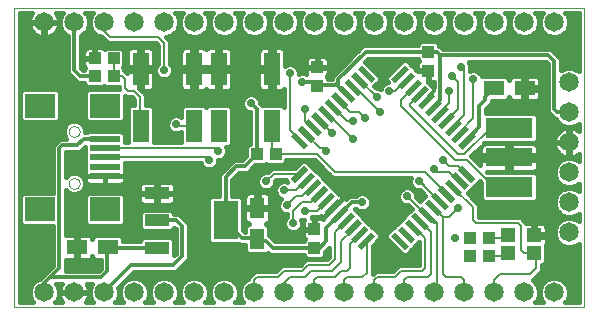
<source format=gtl>
G75*
G70*
%OFA0B0*%
%FSLAX24Y24*%
%IPPOS*%
%LPD*%
%AMOC8*
5,1,8,0,0,1.08239X$1,22.5*
%
%ADD10C,0.0000*%
%ADD11C,0.0650*%
%ADD12R,0.0984X0.0197*%
%ADD13R,0.0984X0.0787*%
%ADD14R,0.0551X0.1102*%
%ADD15R,0.1575X0.0591*%
%ADD16R,0.1575X0.0669*%
%ADD17R,0.0846X0.0394*%
%ADD18R,0.0846X0.1280*%
%ADD19R,0.0630X0.0197*%
%ADD20R,0.0394X0.0394*%
%ADD21R,0.0472X0.0472*%
%ADD22R,0.0689X0.0492*%
%ADD23R,0.0492X0.0689*%
%ADD24C,0.0160*%
%ADD25C,0.0120*%
%ADD26C,0.0280*%
%ADD27C,0.0080*%
D10*
X000453Y000180D02*
X000453Y010176D01*
X019448Y010176D01*
X019448Y000180D01*
X000453Y000180D01*
X002276Y004314D02*
X002278Y004340D01*
X002284Y004366D01*
X002294Y004391D01*
X002307Y004414D01*
X002323Y004434D01*
X002343Y004452D01*
X002365Y004467D01*
X002388Y004479D01*
X002414Y004487D01*
X002440Y004491D01*
X002466Y004491D01*
X002492Y004487D01*
X002518Y004479D01*
X002542Y004467D01*
X002563Y004452D01*
X002583Y004434D01*
X002599Y004414D01*
X002612Y004391D01*
X002622Y004366D01*
X002628Y004340D01*
X002630Y004314D01*
X002628Y004288D01*
X002622Y004262D01*
X002612Y004237D01*
X002599Y004214D01*
X002583Y004194D01*
X002563Y004176D01*
X002541Y004161D01*
X002518Y004149D01*
X002492Y004141D01*
X002466Y004137D01*
X002440Y004137D01*
X002414Y004141D01*
X002388Y004149D01*
X002364Y004161D01*
X002343Y004176D01*
X002323Y004194D01*
X002307Y004214D01*
X002294Y004237D01*
X002284Y004262D01*
X002278Y004288D01*
X002276Y004314D01*
X002276Y006046D02*
X002278Y006072D01*
X002284Y006098D01*
X002294Y006123D01*
X002307Y006146D01*
X002323Y006166D01*
X002343Y006184D01*
X002365Y006199D01*
X002388Y006211D01*
X002414Y006219D01*
X002440Y006223D01*
X002466Y006223D01*
X002492Y006219D01*
X002518Y006211D01*
X002542Y006199D01*
X002563Y006184D01*
X002583Y006166D01*
X002599Y006146D01*
X002612Y006123D01*
X002622Y006098D01*
X002628Y006072D01*
X002630Y006046D01*
X002628Y006020D01*
X002622Y005994D01*
X002612Y005969D01*
X002599Y005946D01*
X002583Y005926D01*
X002563Y005908D01*
X002541Y005893D01*
X002518Y005881D01*
X002492Y005873D01*
X002466Y005869D01*
X002440Y005869D01*
X002414Y005873D01*
X002388Y005881D01*
X002364Y005893D01*
X002343Y005908D01*
X002323Y005926D01*
X002307Y005946D01*
X002294Y005969D01*
X002284Y005994D01*
X002278Y006020D01*
X002276Y006046D01*
D11*
X002453Y009680D03*
X003453Y009680D03*
X004453Y009680D03*
X005453Y009680D03*
X006453Y009680D03*
X007453Y009680D03*
X008453Y009680D03*
X009453Y009680D03*
X010453Y009680D03*
X011453Y009680D03*
X012453Y009680D03*
X013453Y009680D03*
X014453Y009680D03*
X015453Y009680D03*
X016453Y009680D03*
X017453Y009680D03*
X018453Y009680D03*
X018953Y007680D03*
X018953Y006680D03*
X018953Y005680D03*
X018953Y004680D03*
X018953Y003680D03*
X018953Y002680D03*
X018453Y000680D03*
X017453Y000680D03*
X016453Y000680D03*
X015453Y000680D03*
X014453Y000680D03*
X013453Y000680D03*
X012453Y000680D03*
X011453Y000680D03*
X010453Y000680D03*
X009453Y000680D03*
X008453Y000680D03*
X007453Y000680D03*
X006453Y000680D03*
X005453Y000680D03*
X004453Y000680D03*
X003453Y000680D03*
X002453Y000680D03*
X001453Y000680D03*
X001453Y009680D03*
D12*
X003476Y005810D03*
X003476Y005495D03*
X003476Y005180D03*
X003476Y004865D03*
X003476Y004550D03*
D13*
X003476Y003448D03*
X001311Y003448D03*
X001311Y006912D03*
X003476Y006912D03*
D14*
X004667Y006235D03*
X006439Y006235D03*
X007267Y006235D03*
X009039Y006235D03*
X009039Y008125D03*
X007267Y008125D03*
X006439Y008125D03*
X004667Y008125D03*
D15*
X016953Y005180D03*
D16*
X016953Y006164D03*
X016953Y004196D03*
D17*
X005211Y003986D03*
X005211Y003080D03*
X005211Y002174D03*
D18*
X007495Y003080D03*
D19*
G36*
X010484Y004554D02*
X010039Y004109D01*
X009900Y004248D01*
X010345Y004693D01*
X010484Y004554D01*
G37*
G36*
X010706Y004331D02*
X010261Y003886D01*
X010122Y004025D01*
X010567Y004470D01*
X010706Y004331D01*
G37*
G36*
X010929Y004108D02*
X010484Y003663D01*
X010345Y003802D01*
X010790Y004247D01*
X010929Y004108D01*
G37*
G36*
X011152Y003885D02*
X010707Y003440D01*
X010568Y003579D01*
X011013Y004024D01*
X011152Y003885D01*
G37*
G36*
X011375Y003663D02*
X010930Y003218D01*
X010791Y003357D01*
X011236Y003802D01*
X011375Y003663D01*
G37*
G36*
X011597Y003440D02*
X011152Y002995D01*
X011013Y003134D01*
X011458Y003579D01*
X011597Y003440D01*
G37*
G36*
X011820Y003217D02*
X011375Y002772D01*
X011236Y002911D01*
X011681Y003356D01*
X011820Y003217D01*
G37*
G36*
X012043Y002995D02*
X011598Y002550D01*
X011459Y002689D01*
X011904Y003134D01*
X012043Y002995D01*
G37*
G36*
X012265Y002772D02*
X011820Y002327D01*
X011681Y002466D01*
X012126Y002911D01*
X012265Y002772D01*
G37*
G36*
X012488Y002549D02*
X012043Y002104D01*
X011904Y002243D01*
X012349Y002688D01*
X012488Y002549D01*
G37*
G36*
X013463Y002104D02*
X013018Y002549D01*
X013157Y002688D01*
X013602Y002243D01*
X013463Y002104D01*
G37*
G36*
X013685Y002327D02*
X013240Y002772D01*
X013379Y002911D01*
X013824Y002466D01*
X013685Y002327D01*
G37*
G36*
X013908Y002550D02*
X013463Y002995D01*
X013602Y003134D01*
X014047Y002689D01*
X013908Y002550D01*
G37*
G36*
X014131Y002772D02*
X013686Y003217D01*
X013825Y003356D01*
X014270Y002911D01*
X014131Y002772D01*
G37*
G36*
X014353Y002995D02*
X013908Y003440D01*
X014047Y003579D01*
X014492Y003134D01*
X014353Y002995D01*
G37*
G36*
X014270Y003802D02*
X014715Y003357D01*
X014576Y003218D01*
X014131Y003663D01*
X014270Y003802D01*
G37*
G36*
X014493Y004024D02*
X014938Y003579D01*
X014799Y003440D01*
X014354Y003885D01*
X014493Y004024D01*
G37*
G36*
X014716Y004247D02*
X015161Y003802D01*
X015022Y003663D01*
X014577Y004108D01*
X014716Y004247D01*
G37*
G36*
X014938Y004470D02*
X015383Y004025D01*
X015244Y003886D01*
X014799Y004331D01*
X014938Y004470D01*
G37*
G36*
X015161Y004693D02*
X015606Y004248D01*
X015467Y004109D01*
X015022Y004554D01*
X015161Y004693D01*
G37*
G36*
X015384Y004915D02*
X015829Y004470D01*
X015690Y004331D01*
X015245Y004776D01*
X015384Y004915D01*
G37*
G36*
X015245Y005584D02*
X015690Y006029D01*
X015829Y005890D01*
X015384Y005445D01*
X015245Y005584D01*
G37*
G36*
X015606Y006112D02*
X015161Y005667D01*
X015022Y005806D01*
X015467Y006251D01*
X015606Y006112D01*
G37*
G36*
X015383Y006335D02*
X014938Y005890D01*
X014799Y006029D01*
X015244Y006474D01*
X015383Y006335D01*
G37*
G36*
X015161Y006558D02*
X014716Y006113D01*
X014577Y006252D01*
X015022Y006697D01*
X015161Y006558D01*
G37*
G36*
X014938Y006781D02*
X014493Y006336D01*
X014354Y006475D01*
X014799Y006920D01*
X014938Y006781D01*
G37*
G36*
X014715Y007003D02*
X014270Y006558D01*
X014131Y006697D01*
X014576Y007142D01*
X014715Y007003D01*
G37*
G36*
X014492Y007226D02*
X014047Y006781D01*
X013908Y006920D01*
X014353Y007365D01*
X014492Y007226D01*
G37*
G36*
X014270Y007449D02*
X013825Y007004D01*
X013686Y007143D01*
X014131Y007588D01*
X014270Y007449D01*
G37*
G36*
X014047Y007671D02*
X013602Y007226D01*
X013463Y007365D01*
X013908Y007810D01*
X014047Y007671D01*
G37*
G36*
X013824Y007894D02*
X013379Y007449D01*
X013240Y007588D01*
X013685Y008033D01*
X013824Y007894D01*
G37*
G36*
X013602Y008117D02*
X013157Y007672D01*
X013018Y007811D01*
X013463Y008256D01*
X013602Y008117D01*
G37*
G36*
X012043Y008256D02*
X012488Y007811D01*
X012349Y007672D01*
X011904Y008117D01*
X012043Y008256D01*
G37*
G36*
X011820Y008033D02*
X012265Y007588D01*
X012126Y007449D01*
X011681Y007894D01*
X011820Y008033D01*
G37*
G36*
X011598Y007810D02*
X012043Y007365D01*
X011904Y007226D01*
X011459Y007671D01*
X011598Y007810D01*
G37*
G36*
X011375Y007588D02*
X011820Y007143D01*
X011681Y007004D01*
X011236Y007449D01*
X011375Y007588D01*
G37*
G36*
X011152Y007365D02*
X011597Y006920D01*
X011458Y006781D01*
X011013Y007226D01*
X011152Y007365D01*
G37*
G36*
X010930Y007142D02*
X011375Y006697D01*
X011236Y006558D01*
X010791Y007003D01*
X010930Y007142D01*
G37*
G36*
X010707Y006920D02*
X011152Y006475D01*
X011013Y006336D01*
X010568Y006781D01*
X010707Y006920D01*
G37*
G36*
X010484Y006697D02*
X010929Y006252D01*
X010790Y006113D01*
X010345Y006558D01*
X010484Y006697D01*
G37*
G36*
X010261Y006474D02*
X010706Y006029D01*
X010567Y005890D01*
X010122Y006335D01*
X010261Y006474D01*
G37*
G36*
X010039Y006251D02*
X010484Y005806D01*
X010345Y005667D01*
X009900Y006112D01*
X010039Y006251D01*
G37*
G36*
X009816Y006029D02*
X010261Y005584D01*
X010122Y005445D01*
X009677Y005890D01*
X009816Y006029D01*
G37*
G36*
X010261Y004776D02*
X009816Y004331D01*
X009677Y004470D01*
X010122Y004915D01*
X010261Y004776D01*
G37*
D20*
X009168Y005280D03*
X008538Y005280D03*
X010553Y007565D03*
X010553Y008195D03*
X014253Y008065D03*
X014253Y008695D03*
X003768Y008480D03*
X003138Y008480D03*
X003138Y007880D03*
X003768Y007880D03*
X010453Y002795D03*
X010453Y002165D03*
X015638Y001880D03*
X016268Y001880D03*
X016268Y002480D03*
X015638Y002480D03*
D21*
X016920Y002580D03*
X016920Y001980D03*
X017786Y001980D03*
X017786Y002580D03*
D22*
X017465Y007480D03*
X016441Y007480D03*
X003565Y002180D03*
X002541Y002180D03*
D23*
X008553Y002468D03*
X008553Y003492D03*
D24*
X008596Y003509D02*
X009258Y003509D01*
X009253Y003520D02*
X009299Y003410D01*
X009383Y003326D01*
X009493Y003280D01*
X009553Y003280D01*
X009553Y003204D01*
X009499Y003150D01*
X009453Y003040D01*
X009453Y002920D01*
X009499Y002810D01*
X009583Y002726D01*
X009693Y002680D01*
X009813Y002680D01*
X009923Y002726D01*
X010007Y002810D01*
X010053Y002920D01*
X010053Y003040D01*
X010024Y003109D01*
X010093Y003080D01*
X010099Y003080D01*
X010088Y003061D01*
X010076Y003016D01*
X010076Y002813D01*
X010434Y002813D01*
X010434Y002777D01*
X010076Y002777D01*
X010076Y002574D01*
X010088Y002529D01*
X010112Y002488D01*
X010134Y002466D01*
X010096Y002428D01*
X010096Y002385D01*
X009159Y002385D01*
X009073Y002471D01*
X008959Y002585D01*
X008959Y002879D01*
X008865Y002973D01*
X008843Y002973D01*
X008868Y002980D01*
X008909Y003003D01*
X008943Y003037D01*
X008967Y003078D01*
X008979Y003124D01*
X008979Y003449D01*
X008596Y003449D01*
X008596Y003535D01*
X008510Y003535D01*
X008510Y004016D01*
X008283Y004016D01*
X008237Y004004D01*
X008196Y003980D01*
X008163Y003947D01*
X008139Y003906D01*
X008127Y003860D01*
X008127Y003535D01*
X008510Y003535D01*
X008510Y003449D01*
X008127Y003449D01*
X008127Y003124D01*
X008139Y003078D01*
X008163Y003037D01*
X008196Y003003D01*
X008237Y002980D01*
X008263Y002973D01*
X008240Y002973D01*
X008147Y002879D01*
X008147Y002700D01*
X008144Y002700D01*
X008078Y002766D01*
X008078Y003786D01*
X007984Y003880D01*
X007715Y003880D01*
X007715Y004431D01*
X007944Y004660D01*
X008229Y004660D01*
X008492Y004923D01*
X008801Y004923D01*
X008853Y004975D01*
X008905Y004923D01*
X009431Y004923D01*
X009525Y005017D01*
X009525Y005080D01*
X010470Y005080D01*
X010953Y004597D01*
X011070Y004480D01*
X013670Y004480D01*
X013653Y004440D01*
X013653Y004320D01*
X013699Y004210D01*
X013783Y004126D01*
X013893Y004080D01*
X013970Y004080D01*
X014146Y003904D01*
X013981Y003739D01*
X013979Y003737D01*
X013853Y003863D01*
X013853Y003940D01*
X013807Y004050D01*
X013723Y004134D01*
X013613Y004180D01*
X013493Y004180D01*
X013383Y004134D01*
X013299Y004050D01*
X013253Y003940D01*
X013253Y003820D01*
X013299Y003710D01*
X013383Y003626D01*
X013493Y003580D01*
X013570Y003580D01*
X013696Y003454D01*
X013525Y003284D01*
X013525Y003284D01*
X013313Y003071D01*
X013313Y003071D01*
X013090Y002848D01*
X012857Y002616D01*
X012857Y002483D01*
X013396Y001944D01*
X013529Y001944D01*
X013762Y002177D01*
X013953Y002368D01*
X013953Y001580D01*
X013270Y001580D01*
X013070Y001380D01*
X012470Y001380D01*
X012396Y001306D01*
X012396Y002231D01*
X012648Y002483D01*
X012648Y002616D01*
X012415Y002848D01*
X012193Y003071D01*
X012193Y003071D01*
X011980Y003284D01*
X011804Y003460D01*
X011849Y003460D01*
X011883Y003426D01*
X011993Y003380D01*
X012113Y003380D01*
X012223Y003426D01*
X012307Y003510D01*
X012353Y003620D01*
X012353Y003740D01*
X012307Y003850D01*
X012223Y003934D01*
X012113Y003980D01*
X011993Y003980D01*
X011883Y003934D01*
X011849Y003900D01*
X011607Y003900D01*
X011500Y003793D01*
X011432Y003860D01*
X011346Y003946D01*
X011305Y003970D01*
X011290Y003974D01*
X011089Y004174D01*
X010856Y004407D01*
X010644Y004620D01*
X010421Y004843D01*
X010188Y005076D01*
X010056Y005076D01*
X009803Y004823D01*
X009013Y004823D01*
X008896Y004706D01*
X008870Y004680D01*
X008793Y004680D01*
X008683Y004634D01*
X008599Y004550D01*
X008553Y004440D01*
X008553Y004320D01*
X008599Y004210D01*
X008683Y004126D01*
X008793Y004080D01*
X008913Y004080D01*
X009023Y004126D01*
X009107Y004210D01*
X009153Y004320D01*
X009153Y004397D01*
X009179Y004423D01*
X009517Y004423D01*
X009517Y004404D01*
X009560Y004360D01*
X009513Y004380D01*
X009393Y004380D01*
X009283Y004334D01*
X009199Y004250D01*
X009153Y004140D01*
X009153Y004020D01*
X009199Y003910D01*
X009283Y003826D01*
X009347Y003799D01*
X009299Y003750D01*
X009253Y003640D01*
X009253Y003520D01*
X009359Y003350D02*
X008979Y003350D01*
X008979Y003192D02*
X009540Y003192D01*
X009453Y003033D02*
X008939Y003033D01*
X008959Y002875D02*
X009472Y002875D01*
X009606Y002716D02*
X008959Y002716D01*
X008986Y002558D02*
X010081Y002558D01*
X010096Y002399D02*
X009145Y002399D01*
X008912Y002010D02*
X008977Y001945D01*
X010096Y001945D01*
X010096Y001902D01*
X010190Y001808D01*
X010716Y001808D01*
X010810Y001902D01*
X010810Y002026D01*
X010944Y002160D01*
X010953Y002169D01*
X010953Y001863D01*
X010870Y001780D01*
X010170Y001780D01*
X009970Y001580D01*
X009370Y001580D01*
X009170Y001380D01*
X008470Y001380D01*
X008370Y001280D01*
X008253Y001163D01*
X008253Y001122D01*
X008178Y001091D01*
X008042Y000955D01*
X007968Y000776D01*
X007968Y000584D01*
X008042Y000405D01*
X008087Y000360D01*
X007818Y000360D01*
X007864Y000405D01*
X007938Y000584D01*
X007938Y000776D01*
X007864Y000955D01*
X007727Y001091D01*
X007549Y001165D01*
X007356Y001165D01*
X007178Y001091D01*
X007042Y000955D01*
X006968Y000776D01*
X006968Y000584D01*
X007042Y000405D01*
X007087Y000360D01*
X006818Y000360D01*
X006864Y000405D01*
X006938Y000584D01*
X006938Y000776D01*
X006864Y000955D01*
X006727Y001091D01*
X006549Y001165D01*
X006356Y001165D01*
X006178Y001091D01*
X006042Y000955D01*
X005968Y000776D01*
X005968Y000584D01*
X006042Y000405D01*
X006087Y000360D01*
X005818Y000360D01*
X005864Y000405D01*
X005938Y000584D01*
X005938Y000776D01*
X005864Y000955D01*
X005727Y001091D01*
X005549Y001165D01*
X005356Y001165D01*
X005178Y001091D01*
X005042Y000955D01*
X004968Y000776D01*
X004968Y000584D01*
X005042Y000405D01*
X005087Y000360D01*
X004818Y000360D01*
X004864Y000405D01*
X004938Y000584D01*
X004938Y000776D01*
X004864Y000955D01*
X004727Y001091D01*
X004549Y001165D01*
X004356Y001165D01*
X004178Y001091D01*
X004042Y000955D01*
X003968Y000776D01*
X003968Y000584D01*
X004042Y000405D01*
X004087Y000360D01*
X003818Y000360D01*
X003864Y000405D01*
X003938Y000584D01*
X003938Y000776D01*
X003915Y000831D01*
X004444Y001360D01*
X005844Y001360D01*
X005973Y001489D01*
X006273Y001789D01*
X006273Y002971D01*
X006144Y003100D01*
X006073Y003171D01*
X005944Y003300D01*
X005794Y003300D01*
X005794Y003343D01*
X005701Y003437D01*
X004722Y003437D01*
X004628Y003343D01*
X004628Y002817D01*
X004722Y002723D01*
X005701Y002723D01*
X005794Y002817D01*
X005794Y002827D01*
X005833Y002789D01*
X005833Y001971D01*
X005794Y001933D01*
X005794Y002438D01*
X005701Y002531D01*
X004722Y002531D01*
X004628Y002438D01*
X004628Y002394D01*
X004069Y002394D01*
X004069Y002492D01*
X003975Y002586D01*
X003154Y002586D01*
X003060Y002492D01*
X003060Y002470D01*
X003053Y002496D01*
X003030Y002537D01*
X002996Y002570D01*
X002955Y002594D01*
X002909Y002606D01*
X002584Y002606D01*
X002584Y002223D01*
X002498Y002223D01*
X002498Y002606D01*
X002173Y002606D01*
X002173Y002606D01*
X002173Y004089D01*
X002251Y004011D01*
X002382Y003957D01*
X002524Y003957D01*
X002655Y004011D01*
X002756Y004112D01*
X002810Y004243D01*
X002810Y004385D01*
X002756Y004516D01*
X002655Y004617D01*
X002524Y004671D01*
X002382Y004671D01*
X002251Y004617D01*
X002173Y004539D01*
X002173Y005360D01*
X002644Y005360D01*
X002773Y005489D01*
X002824Y005540D01*
X002824Y004731D01*
X002817Y004718D01*
X002804Y004672D01*
X002804Y004550D01*
X002804Y004428D01*
X002817Y004382D01*
X002840Y004341D01*
X002874Y004308D01*
X002915Y004284D01*
X002961Y004272D01*
X003476Y004272D01*
X003476Y004550D01*
X002804Y004550D01*
X003476Y004550D01*
X003476Y004550D01*
X003476Y004550D01*
X003476Y004272D01*
X003992Y004272D01*
X004038Y004284D01*
X004079Y004308D01*
X004113Y004341D01*
X004136Y004382D01*
X004149Y004428D01*
X004149Y004550D01*
X003476Y004550D01*
X003476Y004550D01*
X004149Y004550D01*
X004149Y004672D01*
X004136Y004718D01*
X004129Y004731D01*
X004129Y004980D01*
X006670Y004980D01*
X006699Y004910D01*
X006783Y004826D01*
X006893Y004780D01*
X007013Y004780D01*
X007123Y004826D01*
X007207Y004910D01*
X007253Y005020D01*
X007253Y005080D01*
X007313Y005080D01*
X007423Y005126D01*
X007507Y005210D01*
X007553Y005320D01*
X007553Y005440D01*
X007518Y005524D01*
X007609Y005524D01*
X007703Y005618D01*
X007703Y006853D01*
X007609Y006946D01*
X006925Y006946D01*
X006853Y006874D01*
X006781Y006946D01*
X006097Y006946D01*
X006003Y006853D01*
X006003Y006542D01*
X005913Y006580D01*
X005793Y006580D01*
X005683Y006534D01*
X005599Y006450D01*
X005553Y006340D01*
X005553Y006220D01*
X005599Y006110D01*
X005683Y006026D01*
X005793Y005980D01*
X005913Y005980D01*
X006003Y006018D01*
X006003Y005695D01*
X005103Y005695D01*
X005103Y006853D01*
X005009Y006946D01*
X004853Y006946D01*
X004853Y007263D01*
X004736Y007380D01*
X004609Y007506D01*
X004609Y008067D01*
X004211Y008067D01*
X004211Y008004D01*
X004136Y008080D01*
X004125Y008080D01*
X004125Y008143D01*
X004088Y008180D01*
X004125Y008217D01*
X004125Y008743D01*
X004031Y008837D01*
X003505Y008837D01*
X003467Y008799D01*
X003445Y008821D01*
X003404Y008845D01*
X003358Y008857D01*
X003156Y008857D01*
X003156Y008498D01*
X003119Y008498D01*
X003119Y008462D01*
X002761Y008462D01*
X002761Y008259D01*
X002773Y008214D01*
X002797Y008173D01*
X002804Y008166D01*
X002781Y008143D01*
X002781Y008100D01*
X002744Y008100D01*
X002673Y008171D01*
X002673Y009246D01*
X002727Y009269D01*
X002864Y009405D01*
X002938Y009584D01*
X002938Y009776D01*
X002864Y009955D01*
X002822Y009996D01*
X003083Y009996D01*
X003042Y009955D01*
X002968Y009776D01*
X002968Y009584D01*
X003042Y009405D01*
X003178Y009269D01*
X003354Y009196D01*
X003370Y009180D01*
X003570Y008980D01*
X005170Y008980D01*
X005253Y008897D01*
X005253Y008304D01*
X005199Y008250D01*
X005153Y008140D01*
X005153Y008020D01*
X005199Y007910D01*
X005283Y007826D01*
X005393Y007780D01*
X005513Y007780D01*
X005623Y007826D01*
X005707Y007910D01*
X005753Y008020D01*
X005753Y008140D01*
X005707Y008250D01*
X005653Y008304D01*
X005653Y009063D01*
X005520Y009195D01*
X005549Y009195D01*
X005727Y009269D01*
X005864Y009405D01*
X005938Y009584D01*
X005938Y009776D01*
X005864Y009955D01*
X005822Y009996D01*
X006083Y009996D01*
X006042Y009955D01*
X005968Y009776D01*
X005968Y009584D01*
X006042Y009405D01*
X006178Y009269D01*
X006356Y009195D01*
X006549Y009195D01*
X006727Y009269D01*
X006864Y009405D01*
X006938Y009584D01*
X006938Y009776D01*
X006864Y009955D01*
X006822Y009996D01*
X007083Y009996D01*
X007042Y009955D01*
X006968Y009776D01*
X006968Y009584D01*
X007042Y009405D01*
X007178Y009269D01*
X007356Y009195D01*
X007549Y009195D01*
X007727Y009269D01*
X007864Y009405D01*
X007938Y009584D01*
X007938Y009776D01*
X007864Y009955D01*
X007822Y009996D01*
X008083Y009996D01*
X008042Y009955D01*
X007968Y009776D01*
X007968Y009584D01*
X008042Y009405D01*
X008178Y009269D01*
X008356Y009195D01*
X008549Y009195D01*
X008727Y009269D01*
X008864Y009405D01*
X008938Y009584D01*
X008938Y009776D01*
X008864Y009955D01*
X008822Y009996D01*
X009083Y009996D01*
X009042Y009955D01*
X008968Y009776D01*
X008968Y009584D01*
X009042Y009405D01*
X009178Y009269D01*
X009356Y009195D01*
X009549Y009195D01*
X009727Y009269D01*
X009864Y009405D01*
X009938Y009584D01*
X009938Y009776D01*
X009864Y009955D01*
X009822Y009996D01*
X010083Y009996D01*
X010042Y009955D01*
X009968Y009776D01*
X009968Y009584D01*
X010042Y009405D01*
X010178Y009269D01*
X010356Y009195D01*
X010549Y009195D01*
X010727Y009269D01*
X010864Y009405D01*
X010938Y009584D01*
X010938Y009776D01*
X010864Y009955D01*
X010822Y009996D01*
X011083Y009996D01*
X011042Y009955D01*
X010968Y009776D01*
X010968Y009584D01*
X011042Y009405D01*
X011178Y009269D01*
X011356Y009195D01*
X011549Y009195D01*
X011727Y009269D01*
X011864Y009405D01*
X011938Y009584D01*
X011938Y009776D01*
X011864Y009955D01*
X011822Y009996D01*
X012083Y009996D01*
X012042Y009955D01*
X011968Y009776D01*
X011968Y009584D01*
X012042Y009405D01*
X012178Y009269D01*
X012356Y009195D01*
X012549Y009195D01*
X012727Y009269D01*
X012864Y009405D01*
X012938Y009584D01*
X012938Y009776D01*
X012864Y009955D01*
X012822Y009996D01*
X013083Y009996D01*
X013042Y009955D01*
X012968Y009776D01*
X012968Y009584D01*
X013042Y009405D01*
X013178Y009269D01*
X013356Y009195D01*
X013549Y009195D01*
X013727Y009269D01*
X013864Y009405D01*
X013938Y009584D01*
X013938Y009776D01*
X013864Y009955D01*
X013822Y009996D01*
X014083Y009996D01*
X014042Y009955D01*
X013968Y009776D01*
X013968Y009584D01*
X014042Y009405D01*
X014178Y009269D01*
X014356Y009195D01*
X014549Y009195D01*
X014727Y009269D01*
X014864Y009405D01*
X014938Y009584D01*
X014938Y009776D01*
X014864Y009955D01*
X014822Y009996D01*
X015083Y009996D01*
X015042Y009955D01*
X014968Y009776D01*
X014968Y009584D01*
X015042Y009405D01*
X015178Y009269D01*
X015356Y009195D01*
X015549Y009195D01*
X015727Y009269D01*
X015864Y009405D01*
X015938Y009584D01*
X015938Y009776D01*
X015864Y009955D01*
X015822Y009996D01*
X016083Y009996D01*
X016042Y009955D01*
X015968Y009776D01*
X015968Y009584D01*
X016042Y009405D01*
X016178Y009269D01*
X016356Y009195D01*
X016549Y009195D01*
X016727Y009269D01*
X016864Y009405D01*
X016938Y009584D01*
X016938Y009776D01*
X016864Y009955D01*
X016822Y009996D01*
X017083Y009996D01*
X017042Y009955D01*
X016968Y009776D01*
X016968Y009584D01*
X017042Y009405D01*
X017178Y009269D01*
X017356Y009195D01*
X017549Y009195D01*
X017727Y009269D01*
X017864Y009405D01*
X017938Y009584D01*
X017938Y009776D01*
X017864Y009955D01*
X017822Y009996D01*
X018083Y009996D01*
X018042Y009955D01*
X017968Y009776D01*
X017968Y009584D01*
X018042Y009405D01*
X018178Y009269D01*
X018356Y009195D01*
X018549Y009195D01*
X018727Y009269D01*
X018864Y009405D01*
X018938Y009584D01*
X018938Y009776D01*
X018864Y009955D01*
X018822Y009996D01*
X019268Y009996D01*
X019268Y008051D01*
X019227Y008091D01*
X019049Y008165D01*
X018856Y008165D01*
X018678Y008091D01*
X018673Y008086D01*
X018673Y008471D01*
X018473Y008671D01*
X018344Y008800D01*
X014744Y008800D01*
X014644Y008900D01*
X014610Y008900D01*
X014610Y008958D01*
X014516Y009052D01*
X013990Y009052D01*
X013896Y008958D01*
X013896Y008915D01*
X012077Y008915D01*
X011162Y008000D01*
X011033Y007871D01*
X011033Y007800D01*
X010910Y007800D01*
X010910Y007828D01*
X010872Y007866D01*
X010894Y007888D01*
X010917Y007929D01*
X010930Y007974D01*
X010930Y008177D01*
X010571Y008177D01*
X010571Y008213D01*
X010930Y008213D01*
X010930Y008416D01*
X010917Y008461D01*
X010894Y008502D01*
X010860Y008536D01*
X010819Y008560D01*
X010773Y008572D01*
X010571Y008572D01*
X010571Y008213D01*
X010534Y008213D01*
X010534Y008177D01*
X010176Y008177D01*
X010176Y007974D01*
X010182Y007951D01*
X010113Y007980D01*
X009993Y007980D01*
X009953Y007963D01*
X009953Y008040D01*
X009907Y008150D01*
X009823Y008234D01*
X009713Y008280D01*
X009593Y008280D01*
X009494Y008239D01*
X009494Y008700D01*
X009482Y008746D01*
X009458Y008787D01*
X009425Y008820D01*
X009384Y008844D01*
X009338Y008856D01*
X009096Y008856D01*
X009096Y008183D01*
X008981Y008183D01*
X008981Y008856D01*
X008739Y008856D01*
X008694Y008844D01*
X008653Y008820D01*
X008619Y008787D01*
X008595Y008746D01*
X008583Y008700D01*
X008583Y008183D01*
X008981Y008183D01*
X008981Y008067D01*
X009096Y008067D01*
X009096Y007394D01*
X009338Y007394D01*
X009384Y007406D01*
X009425Y007430D01*
X009453Y007458D01*
X009453Y006874D01*
X009381Y006946D01*
X008698Y006946D01*
X008653Y006991D01*
X008653Y007040D01*
X008607Y007150D01*
X008523Y007234D01*
X008413Y007280D01*
X008293Y007280D01*
X008183Y007234D01*
X008099Y007150D01*
X008053Y007040D01*
X008053Y006920D01*
X008099Y006810D01*
X008183Y006726D01*
X008293Y006680D01*
X008318Y006680D01*
X008318Y005637D01*
X008275Y005637D01*
X008181Y005543D01*
X008181Y005234D01*
X008047Y005100D01*
X007762Y005100D01*
X007633Y004971D01*
X007403Y004742D01*
X007275Y004613D01*
X007275Y003880D01*
X007005Y003880D01*
X006911Y003786D01*
X006911Y002374D01*
X007005Y002280D01*
X007941Y002280D01*
X007962Y002260D01*
X008147Y002260D01*
X008147Y002057D01*
X008240Y001964D01*
X008865Y001964D01*
X008912Y002010D01*
X008147Y002082D02*
X006273Y002082D01*
X006273Y002241D02*
X008147Y002241D01*
X008128Y002716D02*
X008147Y002716D01*
X008147Y002875D02*
X008078Y002875D01*
X008078Y003033D02*
X008167Y003033D01*
X008127Y003192D02*
X008078Y003192D01*
X008078Y003350D02*
X008127Y003350D01*
X008078Y003509D02*
X008510Y003509D01*
X008596Y003535D02*
X008596Y004016D01*
X008823Y004016D01*
X008868Y004004D01*
X008909Y003980D01*
X008943Y003947D01*
X008967Y003906D01*
X008979Y003860D01*
X008979Y003535D01*
X008596Y003535D01*
X008596Y003667D02*
X008510Y003667D01*
X008510Y003826D02*
X008596Y003826D01*
X008596Y003984D02*
X008510Y003984D01*
X008666Y004143D02*
X007715Y004143D01*
X007715Y003984D02*
X008203Y003984D01*
X008127Y003826D02*
X008038Y003826D01*
X008078Y003667D02*
X008127Y003667D01*
X008903Y003984D02*
X009168Y003984D01*
X009154Y004143D02*
X009040Y004143D01*
X009145Y004301D02*
X009250Y004301D01*
X008667Y004618D02*
X007902Y004618D01*
X007743Y004460D02*
X008561Y004460D01*
X008561Y004301D02*
X007715Y004301D01*
X007275Y004301D02*
X005770Y004301D01*
X005778Y004293D02*
X005745Y004326D01*
X005704Y004350D01*
X005658Y004362D01*
X005230Y004362D01*
X005230Y004004D01*
X005814Y004004D01*
X005814Y004206D01*
X005802Y004252D01*
X005778Y004293D01*
X005814Y004143D02*
X007275Y004143D01*
X007275Y003984D02*
X005230Y003984D01*
X005230Y003967D02*
X005230Y004004D01*
X005193Y004004D01*
X005193Y004362D01*
X004764Y004362D01*
X004718Y004350D01*
X004677Y004326D01*
X004644Y004293D01*
X004620Y004252D01*
X004608Y004206D01*
X004608Y004004D01*
X005193Y004004D01*
X005193Y003967D01*
X005230Y003967D01*
X005814Y003967D01*
X005814Y003765D01*
X005802Y003719D01*
X005778Y003678D01*
X005745Y003645D01*
X005704Y003621D01*
X005658Y003609D01*
X005230Y003609D01*
X005230Y003967D01*
X005193Y003967D02*
X005193Y003609D01*
X004764Y003609D01*
X004718Y003621D01*
X004677Y003645D01*
X004644Y003678D01*
X004620Y003719D01*
X004608Y003765D01*
X004608Y003967D01*
X005193Y003967D01*
X005193Y003984D02*
X004052Y003984D01*
X004035Y004001D02*
X002918Y004001D01*
X002824Y003908D01*
X002824Y002988D01*
X002918Y002894D01*
X004035Y002894D01*
X004129Y002988D01*
X004129Y003908D01*
X004035Y004001D01*
X004129Y003826D02*
X004608Y003826D01*
X004655Y003667D02*
X004129Y003667D01*
X004129Y003509D02*
X006911Y003509D01*
X006911Y003350D02*
X005787Y003350D01*
X006052Y003192D02*
X006911Y003192D01*
X006911Y003033D02*
X006211Y003033D01*
X006073Y003171D02*
X006073Y003171D01*
X006273Y002875D02*
X006911Y002875D01*
X006911Y002716D02*
X006273Y002716D01*
X006273Y002558D02*
X006911Y002558D01*
X006911Y002399D02*
X006273Y002399D01*
X005833Y002399D02*
X005794Y002399D01*
X005833Y002558D02*
X004004Y002558D01*
X004069Y002399D02*
X004628Y002399D01*
X004628Y002875D02*
X002173Y002875D01*
X002173Y002716D02*
X005833Y002716D01*
X005833Y002241D02*
X005794Y002241D01*
X005794Y002082D02*
X005833Y002082D01*
X006273Y001924D02*
X010096Y001924D01*
X010155Y001765D02*
X006249Y001765D01*
X006090Y001607D02*
X009996Y001607D01*
X009238Y001448D02*
X005932Y001448D01*
X005631Y001131D02*
X006275Y001131D01*
X006060Y000973D02*
X005846Y000973D01*
X005922Y000814D02*
X005984Y000814D01*
X005968Y000656D02*
X005938Y000656D01*
X005902Y000497D02*
X006004Y000497D01*
X006902Y000497D02*
X007004Y000497D01*
X006968Y000656D02*
X006938Y000656D01*
X006922Y000814D02*
X006984Y000814D01*
X007060Y000973D02*
X006846Y000973D01*
X006631Y001131D02*
X007275Y001131D01*
X007631Y001131D02*
X008253Y001131D01*
X008060Y000973D02*
X007846Y000973D01*
X007922Y000814D02*
X007984Y000814D01*
X007968Y000656D02*
X007938Y000656D01*
X007902Y000497D02*
X008004Y000497D01*
X008379Y001290D02*
X004373Y001290D01*
X004275Y001131D02*
X004215Y001131D01*
X004060Y000973D02*
X004056Y000973D01*
X003984Y000814D02*
X003922Y000814D01*
X003938Y000656D02*
X003968Y000656D01*
X004004Y000497D02*
X003902Y000497D01*
X003087Y000360D02*
X002844Y000360D01*
X002885Y000415D01*
X002921Y000486D01*
X002945Y000562D01*
X002958Y000640D01*
X002958Y000652D01*
X002481Y000652D01*
X002481Y000708D01*
X002958Y000708D01*
X002958Y000720D01*
X002945Y000798D01*
X002921Y000874D01*
X002885Y000945D01*
X002873Y000960D01*
X003047Y000960D01*
X003042Y000955D01*
X002968Y000776D01*
X002968Y000584D01*
X003042Y000405D01*
X003087Y000360D01*
X003004Y000497D02*
X002924Y000497D01*
X002968Y000656D02*
X002481Y000656D01*
X002425Y000656D02*
X001938Y000656D01*
X001948Y000652D02*
X001948Y000640D01*
X001960Y000562D01*
X001985Y000486D01*
X002021Y000415D01*
X002061Y000360D01*
X001818Y000360D01*
X001864Y000405D01*
X001938Y000584D01*
X001938Y000776D01*
X001864Y000955D01*
X001858Y000960D01*
X002032Y000960D01*
X002021Y000945D01*
X001985Y000874D01*
X001960Y000798D01*
X001948Y000720D01*
X001948Y000708D01*
X002425Y000708D01*
X002425Y000652D01*
X001948Y000652D01*
X001966Y000814D02*
X001922Y000814D01*
X001902Y000497D02*
X001982Y000497D01*
X002940Y000814D02*
X002984Y000814D01*
X003262Y001400D02*
X002173Y001400D01*
X002173Y001754D01*
X002173Y001754D01*
X002498Y001754D01*
X002498Y002137D01*
X002584Y002137D01*
X002584Y001754D01*
X002909Y001754D01*
X002955Y001766D01*
X002996Y001790D01*
X003030Y001823D01*
X003053Y001864D01*
X003060Y001890D01*
X003060Y001868D01*
X003154Y001774D01*
X003333Y001774D01*
X003333Y001471D01*
X003262Y001400D01*
X003310Y001448D02*
X002173Y001448D01*
X002173Y001607D02*
X003333Y001607D01*
X003333Y001765D02*
X002951Y001765D01*
X002584Y001765D02*
X002498Y001765D01*
X002498Y001924D02*
X002584Y001924D01*
X002584Y002082D02*
X002498Y002082D01*
X002498Y002241D02*
X002584Y002241D01*
X002584Y002399D02*
X002498Y002399D01*
X002498Y002558D02*
X002584Y002558D01*
X003009Y002558D02*
X003125Y002558D01*
X002824Y003033D02*
X002173Y003033D01*
X002173Y003192D02*
X002824Y003192D01*
X002824Y003350D02*
X002173Y003350D01*
X002173Y003509D02*
X002824Y003509D01*
X002824Y003667D02*
X002173Y003667D01*
X002173Y003826D02*
X002824Y003826D01*
X002901Y003984D02*
X002590Y003984D01*
X002768Y004143D02*
X004608Y004143D01*
X004652Y004301D02*
X004068Y004301D01*
X004149Y004460D02*
X007275Y004460D01*
X007280Y004618D02*
X004149Y004618D01*
X004129Y004777D02*
X007438Y004777D01*
X007403Y004742D02*
X007403Y004742D01*
X007217Y004935D02*
X007597Y004935D01*
X007755Y005094D02*
X007345Y005094D01*
X007525Y005252D02*
X008181Y005252D01*
X008181Y005411D02*
X007553Y005411D01*
X007654Y005569D02*
X008207Y005569D01*
X008318Y005728D02*
X007703Y005728D01*
X007703Y005886D02*
X008318Y005886D01*
X008318Y006045D02*
X007703Y006045D01*
X007703Y006203D02*
X008318Y006203D01*
X008318Y006362D02*
X007703Y006362D01*
X007703Y006520D02*
X008318Y006520D01*
X008318Y006679D02*
X007703Y006679D01*
X007703Y006837D02*
X008087Y006837D01*
X008053Y006996D02*
X004853Y006996D01*
X004853Y007154D02*
X008103Y007154D01*
X008603Y007154D02*
X009453Y007154D01*
X009453Y007313D02*
X004803Y007313D01*
X004725Y007394D02*
X004966Y007394D01*
X005012Y007406D01*
X005053Y007430D01*
X005087Y007463D01*
X005110Y007504D01*
X005123Y007550D01*
X005123Y008067D01*
X004725Y008067D01*
X004725Y008183D01*
X004609Y008183D01*
X004609Y008856D01*
X004368Y008856D01*
X004322Y008844D01*
X004281Y008820D01*
X004247Y008787D01*
X004224Y008746D01*
X004211Y008700D01*
X004211Y008183D01*
X004609Y008183D01*
X004609Y008067D01*
X004725Y008067D01*
X004725Y007394D01*
X004725Y007471D02*
X004645Y007471D01*
X004609Y007630D02*
X004725Y007630D01*
X004725Y007788D02*
X004609Y007788D01*
X004609Y007947D02*
X004725Y007947D01*
X004725Y008105D02*
X005153Y008105D01*
X005123Y008183D02*
X005123Y008700D01*
X005110Y008746D01*
X005087Y008787D01*
X005053Y008820D01*
X005012Y008844D01*
X004966Y008856D01*
X004725Y008856D01*
X004725Y008183D01*
X005123Y008183D01*
X005123Y008264D02*
X005212Y008264D01*
X005253Y008422D02*
X005123Y008422D01*
X005123Y008581D02*
X005253Y008581D01*
X005253Y008739D02*
X005112Y008739D01*
X005252Y008898D02*
X002673Y008898D01*
X002673Y008739D02*
X002771Y008739D01*
X002773Y008746D02*
X002761Y008701D01*
X002761Y008498D01*
X003119Y008498D01*
X003119Y008857D01*
X002917Y008857D01*
X002872Y008845D01*
X002831Y008821D01*
X002797Y008787D01*
X002773Y008746D01*
X003119Y008739D02*
X003156Y008739D01*
X003156Y008581D02*
X003119Y008581D01*
X002761Y008581D02*
X002673Y008581D01*
X002673Y008422D02*
X002761Y008422D01*
X002761Y008264D02*
X002673Y008264D01*
X002739Y008105D02*
X002781Y008105D01*
X002434Y007788D02*
X000633Y007788D01*
X000633Y007947D02*
X002275Y007947D01*
X002233Y007989D02*
X002562Y007660D01*
X002781Y007660D01*
X002781Y007617D01*
X002875Y007523D01*
X003401Y007523D01*
X003453Y007575D01*
X003505Y007523D01*
X003953Y007523D01*
X003953Y007466D01*
X002918Y007466D01*
X002824Y007372D01*
X002824Y006452D01*
X002918Y006359D01*
X004035Y006359D01*
X004129Y006452D01*
X004129Y007221D01*
X004170Y007180D01*
X004370Y007180D01*
X004453Y007097D01*
X004453Y006946D01*
X004325Y006946D01*
X004231Y006853D01*
X004231Y005695D01*
X004129Y005695D01*
X004129Y005975D01*
X004035Y006068D01*
X002918Y006068D01*
X002880Y006030D01*
X002810Y006030D01*
X002810Y006117D01*
X002756Y006248D01*
X002655Y006349D01*
X002524Y006403D01*
X002382Y006403D01*
X002251Y006349D01*
X002150Y006248D01*
X002096Y006117D01*
X002096Y005975D01*
X002150Y005844D01*
X002194Y005800D01*
X001962Y005800D01*
X001862Y005700D01*
X001733Y005571D01*
X001733Y004001D01*
X000753Y004001D01*
X000659Y003908D01*
X000659Y002988D01*
X000753Y002894D01*
X001733Y002894D01*
X001733Y001571D01*
X001433Y001271D01*
X001305Y001144D01*
X001178Y001091D01*
X001042Y000955D01*
X000968Y000776D01*
X000968Y000584D01*
X001042Y000405D01*
X001087Y000360D01*
X000633Y000360D01*
X000633Y009996D01*
X001058Y009996D01*
X001021Y009945D01*
X000985Y009874D01*
X000960Y009798D01*
X000948Y009720D01*
X000948Y009708D01*
X001425Y009708D01*
X001425Y009652D01*
X001481Y009652D01*
X001481Y009708D01*
X001958Y009708D01*
X001958Y009720D01*
X001945Y009798D01*
X001921Y009874D01*
X001885Y009945D01*
X001847Y009996D01*
X002083Y009996D01*
X002042Y009955D01*
X001968Y009776D01*
X001968Y009584D01*
X002042Y009405D01*
X002178Y009269D01*
X002233Y009246D01*
X002233Y007989D01*
X002233Y008105D02*
X000633Y008105D01*
X000633Y008264D02*
X002233Y008264D01*
X002233Y008422D02*
X000633Y008422D01*
X000633Y008581D02*
X002233Y008581D01*
X002233Y008739D02*
X000633Y008739D01*
X000633Y008898D02*
X002233Y008898D01*
X002233Y009056D02*
X000633Y009056D01*
X000633Y009215D02*
X001254Y009215D01*
X001259Y009212D02*
X001335Y009188D01*
X001413Y009175D01*
X001425Y009175D01*
X001425Y009652D01*
X000948Y009652D01*
X000948Y009640D01*
X000960Y009562D01*
X000985Y009486D01*
X001021Y009415D01*
X001068Y009351D01*
X001124Y009295D01*
X001188Y009248D01*
X001259Y009212D01*
X001425Y009215D02*
X001481Y009215D01*
X001481Y009175D02*
X001493Y009175D01*
X001571Y009188D01*
X001647Y009212D01*
X001717Y009248D01*
X001782Y009295D01*
X001838Y009351D01*
X001885Y009415D01*
X001921Y009486D01*
X001945Y009562D01*
X001958Y009640D01*
X001958Y009652D01*
X001481Y009652D01*
X001481Y009175D01*
X001651Y009215D02*
X002233Y009215D01*
X002074Y009373D02*
X001854Y009373D01*
X001935Y009532D02*
X001990Y009532D01*
X001968Y009690D02*
X001481Y009690D01*
X001425Y009690D02*
X000633Y009690D01*
X000633Y009532D02*
X000970Y009532D01*
X001052Y009373D02*
X000633Y009373D01*
X001425Y009373D02*
X001481Y009373D01*
X001481Y009532D02*
X001425Y009532D01*
X000977Y009849D02*
X000633Y009849D01*
X001929Y009849D02*
X001998Y009849D01*
X002908Y009849D02*
X002998Y009849D01*
X002968Y009690D02*
X002938Y009690D01*
X002916Y009532D02*
X002990Y009532D01*
X003074Y009373D02*
X002831Y009373D01*
X002673Y009215D02*
X003310Y009215D01*
X003494Y009056D02*
X002673Y009056D01*
X004125Y008739D02*
X004222Y008739D01*
X004211Y008581D02*
X004125Y008581D01*
X004125Y008422D02*
X004211Y008422D01*
X004211Y008264D02*
X004125Y008264D01*
X004125Y008105D02*
X004609Y008105D01*
X004609Y008264D02*
X004725Y008264D01*
X004725Y008422D02*
X004609Y008422D01*
X004609Y008581D02*
X004725Y008581D01*
X004725Y008739D02*
X004609Y008739D01*
X005653Y008739D02*
X005994Y008739D01*
X005995Y008746D02*
X005983Y008700D01*
X005983Y008183D01*
X006381Y008183D01*
X006381Y008856D01*
X006139Y008856D01*
X006094Y008844D01*
X006053Y008820D01*
X006019Y008787D01*
X005995Y008746D01*
X005983Y008581D02*
X005653Y008581D01*
X005653Y008422D02*
X005983Y008422D01*
X005983Y008264D02*
X005694Y008264D01*
X005753Y008105D02*
X006381Y008105D01*
X006381Y008067D02*
X006381Y008183D01*
X006496Y008183D01*
X006496Y008856D01*
X006738Y008856D01*
X006784Y008844D01*
X006825Y008820D01*
X006853Y008792D01*
X006881Y008820D01*
X006922Y008844D01*
X006968Y008856D01*
X007209Y008856D01*
X007209Y008183D01*
X007325Y008183D01*
X007325Y008856D01*
X007566Y008856D01*
X007612Y008844D01*
X007653Y008820D01*
X007687Y008787D01*
X007710Y008746D01*
X007723Y008700D01*
X007723Y008183D01*
X007325Y008183D01*
X007325Y008067D01*
X007723Y008067D01*
X007723Y007550D01*
X007710Y007504D01*
X007687Y007463D01*
X007653Y007430D01*
X007612Y007406D01*
X007566Y007394D01*
X007325Y007394D01*
X007325Y008067D01*
X007209Y008067D01*
X006811Y008067D01*
X006496Y008067D01*
X006496Y007394D01*
X006738Y007394D01*
X006784Y007406D01*
X006825Y007430D01*
X006853Y007458D01*
X006881Y007430D01*
X006922Y007406D01*
X006968Y007394D01*
X007209Y007394D01*
X007209Y008067D01*
X007209Y008183D01*
X006496Y008183D01*
X006496Y008067D01*
X006381Y008067D01*
X006381Y007394D01*
X006139Y007394D01*
X006094Y007406D01*
X006053Y007430D01*
X006019Y007463D01*
X005995Y007504D01*
X005983Y007550D01*
X005983Y008067D01*
X006381Y008067D01*
X006381Y007947D02*
X006496Y007947D01*
X006496Y007788D02*
X006381Y007788D01*
X006381Y007630D02*
X006496Y007630D01*
X006496Y007471D02*
X006381Y007471D01*
X006015Y007471D02*
X005091Y007471D01*
X005123Y007630D02*
X005983Y007630D01*
X005983Y007788D02*
X005532Y007788D01*
X005374Y007788D02*
X005123Y007788D01*
X005123Y007947D02*
X005183Y007947D01*
X005722Y007947D02*
X005983Y007947D01*
X006496Y008105D02*
X007209Y008105D01*
X007325Y008105D02*
X008981Y008105D01*
X008981Y008067D02*
X008583Y008067D01*
X008583Y007550D01*
X008595Y007504D01*
X008619Y007463D01*
X008653Y007430D01*
X008694Y007406D01*
X008739Y007394D01*
X008981Y007394D01*
X008981Y008067D01*
X008981Y007947D02*
X009096Y007947D01*
X009096Y007788D02*
X008981Y007788D01*
X008981Y007630D02*
X009096Y007630D01*
X009096Y007471D02*
X008981Y007471D01*
X008615Y007471D02*
X007691Y007471D01*
X007723Y007630D02*
X008583Y007630D01*
X008583Y007788D02*
X007723Y007788D01*
X007723Y007947D02*
X008583Y007947D01*
X008583Y008264D02*
X007723Y008264D01*
X007723Y008422D02*
X008583Y008422D01*
X008583Y008581D02*
X007723Y008581D01*
X007712Y008739D02*
X008594Y008739D01*
X008981Y008739D02*
X009096Y008739D01*
X009096Y008581D02*
X008981Y008581D01*
X008981Y008422D02*
X009096Y008422D01*
X009096Y008264D02*
X008981Y008264D01*
X009494Y008264D02*
X009553Y008264D01*
X009752Y008264D02*
X010176Y008264D01*
X010176Y008213D02*
X010534Y008213D01*
X010534Y008572D01*
X010332Y008572D01*
X010287Y008560D01*
X010245Y008536D01*
X010212Y008502D01*
X010188Y008461D01*
X010176Y008416D01*
X010176Y008213D01*
X010176Y008105D02*
X009926Y008105D01*
X010178Y008422D02*
X009494Y008422D01*
X009494Y008581D02*
X011742Y008581D01*
X011584Y008422D02*
X010928Y008422D01*
X010930Y008264D02*
X011425Y008264D01*
X011267Y008105D02*
X010930Y008105D01*
X010922Y007947D02*
X011108Y007947D01*
X010571Y008264D02*
X010534Y008264D01*
X010534Y008422D02*
X010571Y008422D01*
X009484Y008739D02*
X011901Y008739D01*
X012059Y008898D02*
X005653Y008898D01*
X005653Y009056D02*
X019268Y009056D01*
X019268Y009215D02*
X018596Y009215D01*
X018831Y009373D02*
X019268Y009373D01*
X019268Y009532D02*
X018916Y009532D01*
X018938Y009690D02*
X019268Y009690D01*
X019268Y009849D02*
X018908Y009849D01*
X017998Y009849D02*
X017908Y009849D01*
X017938Y009690D02*
X017968Y009690D01*
X017990Y009532D02*
X017916Y009532D01*
X017831Y009373D02*
X018074Y009373D01*
X018310Y009215D02*
X017596Y009215D01*
X017310Y009215D02*
X016596Y009215D01*
X016831Y009373D02*
X017074Y009373D01*
X016990Y009532D02*
X016916Y009532D01*
X016938Y009690D02*
X016968Y009690D01*
X016998Y009849D02*
X016908Y009849D01*
X015998Y009849D02*
X015908Y009849D01*
X015938Y009690D02*
X015968Y009690D01*
X015990Y009532D02*
X015916Y009532D01*
X015831Y009373D02*
X016074Y009373D01*
X016310Y009215D02*
X015596Y009215D01*
X015310Y009215D02*
X014596Y009215D01*
X014831Y009373D02*
X015074Y009373D01*
X014990Y009532D02*
X014916Y009532D01*
X014938Y009690D02*
X014968Y009690D01*
X014998Y009849D02*
X014908Y009849D01*
X013998Y009849D02*
X013908Y009849D01*
X013938Y009690D02*
X013968Y009690D01*
X013990Y009532D02*
X013916Y009532D01*
X013831Y009373D02*
X014074Y009373D01*
X014310Y009215D02*
X013596Y009215D01*
X013310Y009215D02*
X012596Y009215D01*
X012310Y009215D02*
X011596Y009215D01*
X011310Y009215D02*
X010596Y009215D01*
X010310Y009215D02*
X009596Y009215D01*
X009310Y009215D02*
X008596Y009215D01*
X008310Y009215D02*
X007596Y009215D01*
X007310Y009215D02*
X006596Y009215D01*
X006310Y009215D02*
X005596Y009215D01*
X005831Y009373D02*
X006074Y009373D01*
X005990Y009532D02*
X005916Y009532D01*
X005938Y009690D02*
X005968Y009690D01*
X005998Y009849D02*
X005908Y009849D01*
X006831Y009373D02*
X007074Y009373D01*
X006990Y009532D02*
X006916Y009532D01*
X006938Y009690D02*
X006968Y009690D01*
X006998Y009849D02*
X006908Y009849D01*
X007908Y009849D02*
X007998Y009849D01*
X007968Y009690D02*
X007938Y009690D01*
X007916Y009532D02*
X007990Y009532D01*
X008074Y009373D02*
X007831Y009373D01*
X008831Y009373D02*
X009074Y009373D01*
X008990Y009532D02*
X008916Y009532D01*
X008938Y009690D02*
X008968Y009690D01*
X008998Y009849D02*
X008908Y009849D01*
X009908Y009849D02*
X009998Y009849D01*
X009968Y009690D02*
X009938Y009690D01*
X009916Y009532D02*
X009990Y009532D01*
X010074Y009373D02*
X009831Y009373D01*
X010831Y009373D02*
X011074Y009373D01*
X010990Y009532D02*
X010916Y009532D01*
X010938Y009690D02*
X010968Y009690D01*
X010998Y009849D02*
X010908Y009849D01*
X011908Y009849D02*
X011998Y009849D01*
X011968Y009690D02*
X011938Y009690D01*
X011916Y009532D02*
X011990Y009532D01*
X012074Y009373D02*
X011831Y009373D01*
X012831Y009373D02*
X013074Y009373D01*
X012990Y009532D02*
X012916Y009532D01*
X012938Y009690D02*
X012968Y009690D01*
X012998Y009849D02*
X012908Y009849D01*
X014646Y008898D02*
X019268Y008898D01*
X019268Y008739D02*
X018405Y008739D01*
X018563Y008581D02*
X019268Y008581D01*
X019268Y008422D02*
X018673Y008422D01*
X018673Y008264D02*
X019268Y008264D01*
X019268Y008105D02*
X019194Y008105D01*
X018712Y008105D02*
X018673Y008105D01*
X018233Y008105D02*
X015653Y008105D01*
X015653Y008063D02*
X015653Y008240D01*
X015607Y008350D01*
X015597Y008360D01*
X018162Y008360D01*
X018233Y008289D01*
X018233Y006689D01*
X018362Y006560D01*
X018462Y006460D01*
X018519Y006460D01*
X018542Y006405D01*
X018678Y006269D01*
X018856Y006195D01*
X019049Y006195D01*
X019227Y006269D01*
X019268Y006309D01*
X019268Y006075D01*
X019217Y006112D01*
X019147Y006148D01*
X019071Y006172D01*
X018993Y006185D01*
X018981Y006185D01*
X018981Y005708D01*
X018925Y005708D01*
X018925Y006185D01*
X018913Y006185D01*
X018835Y006172D01*
X018759Y006148D01*
X018688Y006112D01*
X018624Y006065D01*
X018568Y006009D01*
X018521Y005945D01*
X018485Y005874D01*
X018460Y005798D01*
X018448Y005720D01*
X018448Y005708D01*
X018925Y005708D01*
X018925Y005652D01*
X018981Y005652D01*
X018981Y005175D01*
X018993Y005175D01*
X019071Y005188D01*
X019147Y005212D01*
X019217Y005248D01*
X019268Y005285D01*
X019268Y005051D01*
X019227Y005091D01*
X019049Y005165D01*
X018856Y005165D01*
X018678Y005091D01*
X018542Y004955D01*
X018468Y004776D01*
X018468Y004584D01*
X018542Y004405D01*
X018678Y004269D01*
X018856Y004195D01*
X019049Y004195D01*
X019227Y004269D01*
X019268Y004309D01*
X019268Y004051D01*
X019227Y004091D01*
X019049Y004165D01*
X018856Y004165D01*
X018678Y004091D01*
X018542Y003955D01*
X018468Y003776D01*
X018468Y003584D01*
X018542Y003405D01*
X018678Y003269D01*
X018856Y003195D01*
X019049Y003195D01*
X019227Y003269D01*
X019268Y003309D01*
X019268Y003051D01*
X019227Y003091D01*
X019049Y003165D01*
X018856Y003165D01*
X018678Y003091D01*
X018542Y002955D01*
X018468Y002776D01*
X018468Y002584D01*
X018542Y002405D01*
X018678Y002269D01*
X018856Y002195D01*
X019049Y002195D01*
X019227Y002269D01*
X019268Y002309D01*
X019268Y000360D01*
X018818Y000360D01*
X018864Y000405D01*
X018938Y000584D01*
X018938Y000776D01*
X018864Y000955D01*
X018727Y001091D01*
X018549Y001165D01*
X018356Y001165D01*
X018178Y001091D01*
X018042Y000955D01*
X017968Y000776D01*
X017968Y000584D01*
X018042Y000405D01*
X018087Y000360D01*
X017818Y000360D01*
X017864Y000405D01*
X017938Y000584D01*
X017938Y000776D01*
X017864Y000955D01*
X017737Y001081D01*
X017936Y001280D01*
X018053Y001397D01*
X018053Y001584D01*
X018088Y001584D01*
X018182Y001678D01*
X018182Y002261D01*
X018190Y002274D01*
X018202Y002320D01*
X018202Y002542D01*
X017824Y002542D01*
X017824Y002618D01*
X018202Y002618D01*
X018202Y002840D01*
X018190Y002886D01*
X018166Y002927D01*
X018133Y002960D01*
X018092Y002984D01*
X018046Y002996D01*
X017824Y002996D01*
X017824Y002618D01*
X017748Y002618D01*
X017748Y002996D01*
X017526Y002996D01*
X017521Y002995D01*
X017453Y003063D01*
X017336Y003180D01*
X015953Y003180D01*
X015953Y003599D01*
X015569Y003983D01*
X015756Y004171D01*
X015968Y004382D01*
X016005Y004345D01*
X016005Y003795D01*
X016099Y003701D01*
X017807Y003701D01*
X017900Y003795D01*
X017900Y004597D01*
X017807Y004690D01*
X016225Y004690D01*
X016211Y004705D01*
X016885Y004705D01*
X016885Y005112D01*
X017020Y005112D01*
X017020Y004705D01*
X017764Y004705D01*
X017810Y004717D01*
X017851Y004741D01*
X017884Y004774D01*
X017908Y004815D01*
X017920Y004861D01*
X017920Y005112D01*
X017020Y005112D01*
X017020Y005248D01*
X016885Y005248D01*
X016885Y005655D01*
X016142Y005655D01*
X016100Y005644D01*
X016125Y005670D01*
X017807Y005670D01*
X017900Y005763D01*
X017900Y006565D01*
X017807Y006659D01*
X016173Y006659D01*
X016173Y006789D01*
X016244Y006860D01*
X016373Y006989D01*
X016373Y007074D01*
X016852Y007074D01*
X016946Y007168D01*
X016946Y007190D01*
X016952Y007164D01*
X016976Y007123D01*
X017010Y007090D01*
X017051Y007066D01*
X017096Y007054D01*
X017422Y007054D01*
X017422Y007437D01*
X017508Y007437D01*
X017508Y007523D01*
X017989Y007523D01*
X017989Y007750D01*
X017977Y007796D01*
X017953Y007837D01*
X017920Y007870D01*
X017879Y007894D01*
X017833Y007906D01*
X017508Y007906D01*
X017508Y007523D01*
X017422Y007523D01*
X017422Y007906D01*
X017096Y007906D01*
X017051Y007894D01*
X017010Y007870D01*
X016976Y007837D01*
X016952Y007796D01*
X016946Y007770D01*
X016946Y007792D01*
X016852Y007886D01*
X016034Y007886D01*
X016007Y007950D01*
X015923Y008034D01*
X015813Y008080D01*
X015693Y008080D01*
X015653Y008063D01*
X015643Y008264D02*
X018233Y008264D01*
X018233Y007947D02*
X016009Y007947D01*
X016946Y007788D02*
X016950Y007788D01*
X017422Y007788D02*
X017508Y007788D01*
X017508Y007630D02*
X017422Y007630D01*
X017508Y007471D02*
X018233Y007471D01*
X018233Y007630D02*
X017989Y007630D01*
X017979Y007788D02*
X018233Y007788D01*
X017989Y007437D02*
X017508Y007437D01*
X017508Y007054D01*
X017833Y007054D01*
X017879Y007066D01*
X017920Y007090D01*
X017953Y007123D01*
X017977Y007164D01*
X017989Y007210D01*
X017989Y007437D01*
X017989Y007313D02*
X018233Y007313D01*
X018233Y007154D02*
X017971Y007154D01*
X018233Y006996D02*
X016373Y006996D01*
X016244Y006860D02*
X016244Y006860D01*
X016221Y006837D02*
X018233Y006837D01*
X018243Y006679D02*
X016173Y006679D01*
X016932Y007154D02*
X016958Y007154D01*
X017422Y007154D02*
X017508Y007154D01*
X017508Y007313D02*
X017422Y007313D01*
X017900Y006520D02*
X018402Y006520D01*
X018586Y006362D02*
X017900Y006362D01*
X017900Y006203D02*
X018838Y006203D01*
X018925Y006045D02*
X018981Y006045D01*
X019068Y006203D02*
X019268Y006203D01*
X018981Y005886D02*
X018925Y005886D01*
X018925Y005728D02*
X018981Y005728D01*
X018925Y005652D02*
X018448Y005652D01*
X018448Y005640D01*
X018460Y005562D01*
X018485Y005486D01*
X018521Y005415D01*
X018568Y005351D01*
X018624Y005295D01*
X018688Y005248D01*
X018759Y005212D01*
X018835Y005188D01*
X018913Y005175D01*
X018925Y005175D01*
X018925Y005652D01*
X018925Y005569D02*
X018981Y005569D01*
X018981Y005411D02*
X018925Y005411D01*
X018925Y005252D02*
X018981Y005252D01*
X019223Y005252D02*
X019268Y005252D01*
X019268Y005094D02*
X019221Y005094D01*
X018684Y005094D02*
X017920Y005094D01*
X017920Y005248D02*
X017920Y005499D01*
X017908Y005545D01*
X017884Y005586D01*
X017851Y005619D01*
X017810Y005643D01*
X017764Y005655D01*
X017020Y005655D01*
X017020Y005248D01*
X017920Y005248D01*
X017920Y005252D02*
X018683Y005252D01*
X018525Y005411D02*
X017920Y005411D01*
X017894Y005569D02*
X018459Y005569D01*
X018449Y005728D02*
X017864Y005728D01*
X017900Y005886D02*
X018491Y005886D01*
X018603Y006045D02*
X017900Y006045D01*
X017020Y005569D02*
X016885Y005569D01*
X016885Y005411D02*
X017020Y005411D01*
X017020Y005252D02*
X016885Y005252D01*
X016885Y005248D02*
X016885Y005112D01*
X015985Y005112D01*
X015985Y004930D01*
X015686Y005230D01*
X015997Y005541D01*
X015985Y005499D01*
X015985Y005248D01*
X016885Y005248D01*
X016885Y005094D02*
X017020Y005094D01*
X017020Y004935D02*
X016885Y004935D01*
X016885Y004777D02*
X017020Y004777D01*
X017886Y004777D02*
X018468Y004777D01*
X018534Y004935D02*
X017920Y004935D01*
X017879Y004618D02*
X018468Y004618D01*
X018519Y004460D02*
X017900Y004460D01*
X017900Y004301D02*
X018646Y004301D01*
X018803Y004143D02*
X017900Y004143D01*
X017900Y003984D02*
X018571Y003984D01*
X018488Y003826D02*
X017900Y003826D01*
X018468Y003667D02*
X015885Y003667D01*
X016005Y003826D02*
X015726Y003826D01*
X015569Y003984D02*
X016005Y003984D01*
X016005Y004143D02*
X015728Y004143D01*
X015886Y004301D02*
X016005Y004301D01*
X015981Y004935D02*
X015985Y004935D01*
X015985Y005094D02*
X015822Y005094D01*
X015708Y005252D02*
X015985Y005252D01*
X015985Y005411D02*
X015866Y005411D01*
X013661Y004460D02*
X010804Y004460D01*
X010856Y004407D02*
X010856Y004407D01*
X010963Y004301D02*
X013661Y004301D01*
X013703Y004143D02*
X013766Y004143D01*
X013834Y003984D02*
X014066Y003984D01*
X014067Y003826D02*
X013890Y003826D01*
X013981Y003739D02*
X013981Y003739D01*
X013641Y003509D02*
X012306Y003509D01*
X012353Y003667D02*
X013342Y003667D01*
X013253Y003826D02*
X012317Y003826D01*
X011914Y003350D02*
X013592Y003350D01*
X013433Y003192D02*
X012072Y003192D01*
X011980Y003284D02*
X011980Y003284D01*
X012231Y003033D02*
X013275Y003033D01*
X013116Y002875D02*
X012389Y002875D01*
X012548Y002716D02*
X012958Y002716D01*
X012857Y002558D02*
X012648Y002558D01*
X012564Y002399D02*
X012941Y002399D01*
X013100Y002241D02*
X012406Y002241D01*
X012396Y002082D02*
X013258Y002082D01*
X013667Y002082D02*
X013953Y002082D01*
X013953Y002241D02*
X013826Y002241D01*
X013953Y001924D02*
X012396Y001924D01*
X012396Y001765D02*
X013953Y001765D01*
X013953Y001607D02*
X012396Y001607D01*
X012396Y001448D02*
X013138Y001448D01*
X010953Y001924D02*
X010810Y001924D01*
X010866Y002082D02*
X010953Y002082D01*
X010076Y002716D02*
X009899Y002716D01*
X010034Y002875D02*
X010076Y002875D01*
X010434Y002875D02*
X010471Y002875D01*
X010471Y002813D02*
X010434Y002813D01*
X010434Y003172D01*
X010369Y003172D01*
X010377Y003180D01*
X010636Y003180D01*
X010674Y003218D01*
X010733Y003160D01*
X010751Y003141D01*
X010719Y003160D01*
X010673Y003172D01*
X010471Y003172D01*
X010471Y002813D01*
X010471Y003033D02*
X010434Y003033D01*
X010081Y003033D02*
X010053Y003033D01*
X010647Y003192D02*
X010701Y003192D01*
X010733Y003160D02*
X011082Y003510D01*
X011082Y003510D01*
X011083Y003510D02*
X011432Y003860D01*
X011083Y003510D01*
X011083Y003510D01*
X011082Y003510D02*
X010733Y003160D01*
X010764Y003192D02*
X010764Y003192D01*
X010923Y003350D02*
X010923Y003350D01*
X011081Y003509D02*
X011081Y003509D01*
X011240Y003667D02*
X011240Y003667D01*
X011398Y003826D02*
X011398Y003826D01*
X011467Y003826D02*
X011533Y003826D01*
X011280Y003984D02*
X013271Y003984D01*
X013403Y004143D02*
X011121Y004143D01*
X010932Y004618D02*
X010646Y004618D01*
X010644Y004620D02*
X010644Y004620D01*
X010773Y004777D02*
X010487Y004777D01*
X010615Y004935D02*
X010329Y004935D01*
X009915Y004935D02*
X009443Y004935D01*
X008966Y004777D02*
X008346Y004777D01*
X008813Y004935D02*
X008893Y004935D01*
X008896Y004706D02*
X008896Y004706D01*
X008979Y003826D02*
X009283Y003826D01*
X009264Y003667D02*
X008979Y003667D01*
X006951Y003826D02*
X005814Y003826D01*
X005767Y003667D02*
X006911Y003667D01*
X005230Y003667D02*
X005193Y003667D01*
X005193Y003826D02*
X005230Y003826D01*
X005230Y004143D02*
X005193Y004143D01*
X005193Y004301D02*
X005230Y004301D01*
X004129Y004935D02*
X006688Y004935D01*
X006003Y005728D02*
X005103Y005728D01*
X005103Y005886D02*
X006003Y005886D01*
X005664Y006045D02*
X005103Y006045D01*
X005103Y006203D02*
X005560Y006203D01*
X005562Y006362D02*
X005103Y006362D01*
X005103Y006520D02*
X005669Y006520D01*
X006003Y006679D02*
X005103Y006679D01*
X005103Y006837D02*
X006003Y006837D01*
X007209Y007471D02*
X007325Y007471D01*
X007325Y007630D02*
X007209Y007630D01*
X007209Y007788D02*
X007325Y007788D01*
X007325Y007947D02*
X007209Y007947D01*
X007209Y008264D02*
X007325Y008264D01*
X007325Y008422D02*
X007209Y008422D01*
X007209Y008581D02*
X007325Y008581D01*
X007325Y008739D02*
X007209Y008739D01*
X006496Y008739D02*
X006381Y008739D01*
X006381Y008581D02*
X006496Y008581D01*
X006496Y008422D02*
X006381Y008422D01*
X006381Y008264D02*
X006496Y008264D01*
X004396Y007154D02*
X004129Y007154D01*
X004129Y006996D02*
X004453Y006996D01*
X004231Y006837D02*
X004129Y006837D01*
X004129Y006679D02*
X004231Y006679D01*
X004231Y006520D02*
X004129Y006520D01*
X004038Y006362D02*
X004231Y006362D01*
X004231Y006203D02*
X002774Y006203D01*
X002810Y006045D02*
X002894Y006045D01*
X002915Y006362D02*
X002625Y006362D01*
X002824Y006520D02*
X001963Y006520D01*
X001963Y006452D02*
X001870Y006359D01*
X000753Y006359D01*
X000659Y006452D01*
X000659Y007372D01*
X000753Y007466D01*
X001870Y007466D01*
X001963Y007372D01*
X001963Y006452D01*
X001872Y006362D02*
X002281Y006362D01*
X002131Y006203D02*
X000633Y006203D01*
X000633Y006045D02*
X002096Y006045D01*
X002133Y005886D02*
X000633Y005886D01*
X000633Y005728D02*
X001889Y005728D01*
X001733Y005569D02*
X000633Y005569D01*
X000633Y005411D02*
X001733Y005411D01*
X001733Y005252D02*
X000633Y005252D01*
X000633Y005094D02*
X001733Y005094D01*
X001733Y004935D02*
X000633Y004935D01*
X000633Y004777D02*
X001733Y004777D01*
X001733Y004618D02*
X000633Y004618D01*
X000633Y004460D02*
X001733Y004460D01*
X001733Y004301D02*
X000633Y004301D01*
X000633Y004143D02*
X001733Y004143D01*
X002173Y003984D02*
X002316Y003984D01*
X002810Y004301D02*
X002885Y004301D01*
X002804Y004460D02*
X002779Y004460D01*
X002804Y004618D02*
X002652Y004618D01*
X002824Y004777D02*
X002173Y004777D01*
X002173Y004935D02*
X002824Y004935D01*
X002824Y005094D02*
X002173Y005094D01*
X002173Y005252D02*
X002824Y005252D01*
X002824Y005411D02*
X002694Y005411D01*
X004129Y005728D02*
X004231Y005728D01*
X004231Y005886D02*
X004129Y005886D01*
X004059Y006045D02*
X004231Y006045D01*
X002824Y006679D02*
X001963Y006679D01*
X001963Y006837D02*
X002824Y006837D01*
X002824Y006996D02*
X001963Y006996D01*
X001963Y007154D02*
X002824Y007154D01*
X002824Y007313D02*
X001963Y007313D01*
X002781Y007630D02*
X000633Y007630D01*
X000633Y007471D02*
X003953Y007471D01*
X000659Y007313D02*
X000633Y007313D01*
X000633Y007154D02*
X000659Y007154D01*
X000659Y006996D02*
X000633Y006996D01*
X000633Y006837D02*
X000659Y006837D01*
X000659Y006679D02*
X000633Y006679D01*
X000633Y006520D02*
X000659Y006520D01*
X000633Y006362D02*
X000750Y006362D01*
X002173Y004618D02*
X002254Y004618D01*
X003476Y004460D02*
X003476Y004460D01*
X003476Y004301D02*
X003476Y004301D01*
X004129Y003350D02*
X004635Y003350D01*
X004628Y003192D02*
X004129Y003192D01*
X004129Y003033D02*
X004628Y003033D01*
X001733Y002875D02*
X000633Y002875D01*
X000633Y002716D02*
X001733Y002716D01*
X001733Y002558D02*
X000633Y002558D01*
X000633Y002399D02*
X001733Y002399D01*
X001733Y002241D02*
X000633Y002241D01*
X000633Y002082D02*
X001733Y002082D01*
X001733Y001924D02*
X000633Y001924D01*
X000633Y001765D02*
X001733Y001765D01*
X001733Y001607D02*
X000633Y001607D01*
X000633Y001448D02*
X001610Y001448D01*
X001451Y001290D02*
X000633Y001290D01*
X000633Y001131D02*
X001275Y001131D01*
X001060Y000973D02*
X000633Y000973D01*
X000633Y000814D02*
X000984Y000814D01*
X000968Y000656D02*
X000633Y000656D01*
X000633Y000497D02*
X001004Y000497D01*
X001433Y001271D02*
X001433Y001271D01*
X004631Y001131D02*
X005275Y001131D01*
X005060Y000973D02*
X004846Y000973D01*
X004922Y000814D02*
X004984Y000814D01*
X004968Y000656D02*
X004938Y000656D01*
X004902Y000497D02*
X005004Y000497D01*
X000659Y003033D02*
X000633Y003033D01*
X000633Y003192D02*
X000659Y003192D01*
X000659Y003350D02*
X000633Y003350D01*
X000633Y003509D02*
X000659Y003509D01*
X000659Y003667D02*
X000633Y003667D01*
X000633Y003826D02*
X000659Y003826D01*
X000633Y003984D02*
X000735Y003984D01*
X008653Y006996D02*
X009453Y006996D01*
X012155Y008371D02*
X012259Y008475D01*
X013896Y008475D01*
X013896Y008432D01*
X013934Y008394D01*
X013912Y008372D01*
X013888Y008331D01*
X013876Y008286D01*
X013876Y008083D01*
X014234Y008083D01*
X014234Y008047D01*
X013899Y008047D01*
X013762Y008183D01*
X013529Y008416D01*
X013396Y008416D01*
X012857Y007877D01*
X012857Y007744D01*
X012922Y007680D01*
X012893Y007680D01*
X012783Y007634D01*
X012699Y007550D01*
X012661Y007460D01*
X012613Y007480D01*
X012536Y007480D01*
X012460Y007556D01*
X012648Y007744D01*
X012648Y007877D01*
X012155Y008371D01*
X012206Y008422D02*
X013906Y008422D01*
X013876Y008264D02*
X013682Y008264D01*
X013840Y008105D02*
X013876Y008105D01*
X014234Y008047D02*
X014271Y008047D01*
X014271Y007688D01*
X014433Y007688D01*
X014433Y007527D01*
X014423Y007533D01*
X014408Y007537D01*
X014234Y007711D01*
X014234Y008047D01*
X014234Y007947D02*
X014271Y007947D01*
X014271Y007788D02*
X014234Y007788D01*
X014316Y007630D02*
X014433Y007630D01*
X013244Y008264D02*
X012262Y008264D01*
X012420Y008105D02*
X013085Y008105D01*
X012927Y007947D02*
X012579Y007947D01*
X012648Y007788D02*
X012857Y007788D01*
X012778Y007630D02*
X012533Y007630D01*
X012634Y007471D02*
X012666Y007471D01*
X019103Y004143D02*
X019268Y004143D01*
X019259Y004301D02*
X019268Y004301D01*
X018499Y003509D02*
X015953Y003509D01*
X015953Y003350D02*
X018597Y003350D01*
X018620Y003033D02*
X017483Y003033D01*
X017748Y002875D02*
X017824Y002875D01*
X017824Y002716D02*
X017748Y002716D01*
X017824Y002558D02*
X018479Y002558D01*
X018548Y002399D02*
X018202Y002399D01*
X018182Y002241D02*
X018747Y002241D01*
X019159Y002241D02*
X019268Y002241D01*
X019268Y002082D02*
X018182Y002082D01*
X018182Y001924D02*
X019268Y001924D01*
X019268Y001765D02*
X018182Y001765D01*
X018111Y001607D02*
X019268Y001607D01*
X019268Y001448D02*
X018053Y001448D01*
X017945Y001290D02*
X019268Y001290D01*
X019268Y001131D02*
X018631Y001131D01*
X018846Y000973D02*
X019268Y000973D01*
X019268Y000814D02*
X018922Y000814D01*
X018938Y000656D02*
X019268Y000656D01*
X019268Y000497D02*
X018902Y000497D01*
X018004Y000497D02*
X017902Y000497D01*
X017938Y000656D02*
X017968Y000656D01*
X017984Y000814D02*
X017922Y000814D01*
X017846Y000973D02*
X018060Y000973D01*
X018275Y001131D02*
X017787Y001131D01*
X018202Y002716D02*
X018468Y002716D01*
X018509Y002875D02*
X018193Y002875D01*
X019268Y003192D02*
X015953Y003192D01*
D25*
X012053Y003680D02*
X011698Y003680D01*
X011305Y003287D01*
X010853Y002835D01*
X010853Y002380D01*
X010638Y002165D01*
X009068Y002165D01*
X008853Y002380D01*
X008453Y002380D01*
X008353Y002480D01*
X008565Y002480D01*
X008353Y002480D02*
X008053Y002480D01*
X007495Y003038D01*
X007495Y003080D02*
X007495Y004522D01*
X007853Y004880D01*
X008138Y004880D01*
X008538Y005280D01*
X008538Y006795D01*
X008353Y006980D01*
X010053Y007680D02*
X010453Y007680D01*
X010553Y007580D01*
X011153Y007580D01*
X011253Y007680D01*
X011253Y007571D01*
X011528Y007296D01*
X011253Y007680D02*
X011253Y007780D01*
X012168Y008695D01*
X014253Y008695D01*
X014268Y008680D02*
X014553Y008680D01*
X014653Y008580D01*
X018253Y008580D01*
X018453Y008380D01*
X018453Y006780D01*
X018553Y006680D01*
X018953Y006680D01*
X016441Y007480D02*
X016153Y007192D01*
X016153Y007080D01*
X015953Y006880D01*
X015953Y006180D01*
X015537Y005764D01*
X015537Y005737D01*
X014653Y007080D02*
X014653Y008580D01*
X014253Y007780D02*
X014453Y007580D01*
X014453Y007480D02*
X014253Y007680D01*
X014253Y007780D01*
X014453Y007480D02*
X014453Y007380D01*
X014200Y007128D01*
X006053Y002880D02*
X006053Y001880D01*
X005753Y001580D01*
X004353Y001580D01*
X003453Y000680D01*
X003353Y001180D02*
X003553Y001380D01*
X003553Y002068D01*
X003670Y002174D02*
X005211Y002174D01*
X006053Y002880D02*
X005853Y003080D01*
X005211Y003080D01*
X001953Y001480D02*
X001653Y001180D01*
X003353Y001180D01*
X001953Y001480D02*
X001953Y005480D01*
X002053Y005580D01*
X002553Y005580D01*
X002783Y005810D01*
X003476Y005810D01*
X003138Y007880D02*
X002653Y007880D01*
X002453Y008080D01*
X002453Y009680D01*
X001653Y001180D02*
X001453Y000980D01*
X001453Y000680D01*
D26*
X002553Y002980D03*
X006953Y005080D03*
X007253Y005380D03*
X005853Y006280D03*
X008353Y006980D03*
X010053Y007680D03*
X009653Y007980D03*
X010153Y006780D03*
X011053Y005980D03*
X011753Y005780D03*
X010853Y005380D03*
X011753Y006380D03*
X012153Y006480D03*
X012653Y006680D03*
X012553Y007180D03*
X012953Y007380D03*
X012853Y008280D03*
X014953Y007380D03*
X015753Y007780D03*
X015353Y008180D03*
X015053Y007880D03*
X017853Y008180D03*
X018753Y008580D03*
X014753Y005080D03*
X014453Y004780D03*
X013953Y004380D03*
X013553Y003880D03*
X012053Y003680D03*
X011853Y004280D03*
X010153Y003380D03*
X009553Y003580D03*
X009453Y004080D03*
X008853Y004380D03*
X009753Y002980D03*
X015153Y002480D03*
X015253Y003480D03*
X005453Y008080D03*
D27*
X005453Y008980D01*
X005253Y009180D01*
X003653Y009180D01*
X003453Y009380D01*
X003453Y009680D01*
X003768Y008480D02*
X003768Y007880D01*
X004053Y007880D01*
X004153Y007780D01*
X004153Y007480D01*
X004253Y007380D01*
X004453Y007380D01*
X004653Y007180D01*
X004653Y006249D01*
X004667Y006235D01*
X005853Y006280D02*
X005898Y006235D01*
X006439Y006235D01*
X007138Y005495D02*
X007253Y005380D01*
X007138Y005495D02*
X003476Y005495D01*
X003476Y005180D02*
X006853Y005180D01*
X006953Y005080D01*
X007553Y005180D02*
X006653Y004380D01*
X004253Y004380D01*
X004253Y004180D01*
X004353Y004080D01*
X002553Y002980D02*
X002553Y002268D01*
X007553Y005180D02*
X007753Y005180D01*
X007953Y005480D01*
X007953Y009080D01*
X008053Y009180D01*
X018353Y009180D01*
X018753Y008780D01*
X018753Y008580D01*
X017853Y008180D02*
X017465Y007792D01*
X017465Y007480D01*
X015753Y007780D02*
X015753Y006480D01*
X015314Y006041D01*
X015091Y006218D02*
X015453Y006580D01*
X015453Y008080D01*
X015353Y008180D01*
X015053Y007880D02*
X015253Y007680D01*
X015253Y006780D01*
X014953Y006480D01*
X014878Y006405D01*
X014869Y006405D01*
X014646Y006628D02*
X014646Y006673D01*
X014953Y006980D01*
X014953Y007380D01*
X014453Y007380D02*
X014453Y007680D01*
X014253Y007680D01*
X014253Y008080D01*
X013953Y008080D01*
X013553Y008480D01*
X013053Y008480D01*
X012853Y008280D01*
X013514Y007741D02*
X013532Y007741D01*
X013514Y007741D02*
X013153Y007380D01*
X012953Y007380D01*
X012553Y007180D02*
X011992Y007741D01*
X011973Y007741D01*
X011814Y007518D02*
X011751Y007518D01*
X011814Y007518D02*
X012653Y006680D01*
X012153Y006480D02*
X011953Y006680D01*
X011653Y006680D01*
X011305Y007028D01*
X011305Y007073D01*
X011083Y006850D02*
X011153Y006780D01*
X011083Y006850D02*
X011053Y006880D01*
X011083Y006850D02*
X011083Y006850D01*
X011553Y006380D01*
X011753Y006380D01*
X011753Y005780D02*
X010953Y006580D01*
X010905Y006628D01*
X010860Y006628D01*
X010637Y006405D02*
X010637Y006396D01*
X010653Y006380D01*
X011053Y005980D01*
X010414Y006182D02*
X010351Y006182D01*
X010153Y006380D01*
X010153Y006444D01*
X010153Y006480D01*
X010153Y006780D01*
X009039Y006235D02*
X009039Y005409D01*
X009168Y005280D01*
X010553Y005280D01*
X011153Y004680D01*
X014144Y004680D01*
X014869Y003955D01*
X015091Y004178D02*
X015753Y003516D01*
X015753Y003080D01*
X015853Y002980D01*
X017253Y002980D01*
X017353Y002880D01*
X017353Y002080D01*
X017453Y001980D01*
X017553Y001980D01*
X017620Y001913D01*
X017853Y001913D01*
X017853Y001480D01*
X017653Y001280D01*
X016653Y001280D01*
X016453Y001080D01*
X016453Y000680D01*
X015453Y000680D02*
X015453Y001080D01*
X015353Y001180D01*
X014853Y001180D01*
X014753Y001280D01*
X014753Y003180D01*
X014953Y003180D01*
X015253Y003480D01*
X014753Y003180D02*
X014423Y003510D01*
X014246Y003287D02*
X014553Y002980D01*
X014453Y002980D01*
X013553Y003880D01*
X013953Y004380D02*
X014098Y004280D01*
X013953Y004380D02*
X014600Y003732D01*
X014646Y003732D01*
X015232Y004401D02*
X015153Y004480D01*
X014953Y004680D01*
X014553Y004680D01*
X014453Y004780D01*
X014753Y005080D02*
X014953Y004880D01*
X015253Y004880D01*
X015453Y004680D01*
X015510Y004623D01*
X015537Y004623D01*
X015314Y004401D02*
X015232Y004401D01*
X015553Y005080D02*
X016253Y004380D01*
X016437Y004196D01*
X016953Y004196D01*
X016769Y004380D02*
X016253Y004380D01*
X015553Y005080D02*
X015153Y005080D01*
X013353Y006880D01*
X013353Y007080D01*
X013453Y007180D01*
X013755Y007482D01*
X013755Y007518D01*
X013978Y007296D02*
X013653Y006971D01*
X013653Y006880D01*
X015253Y005280D01*
X015453Y005280D01*
X016337Y006164D01*
X016953Y006164D01*
X014653Y007080D02*
X014423Y006850D01*
X014200Y007073D02*
X014200Y007128D01*
X014453Y007480D02*
X014453Y007580D01*
X014353Y007680D01*
X010653Y005480D02*
X010192Y005941D01*
X010192Y005959D01*
X009969Y005764D02*
X009969Y005737D01*
X009969Y005764D02*
X009653Y006080D01*
X009653Y007980D01*
X009039Y006235D02*
X009039Y006009D01*
X009168Y005880D01*
X009168Y006106D01*
X010653Y005480D02*
X010753Y005480D01*
X010853Y005380D01*
X010753Y005380D01*
X010753Y005398D01*
X009969Y004623D02*
X009096Y004623D01*
X008853Y004380D01*
X009453Y004080D02*
X009853Y004080D01*
X010149Y004376D01*
X010160Y004376D01*
X010184Y004401D01*
X010192Y004401D01*
X010173Y004401D02*
X010160Y004376D01*
X010351Y004178D02*
X010303Y004130D01*
X010053Y003880D01*
X009853Y003880D01*
X009553Y003580D01*
X009753Y003380D02*
X009753Y002980D01*
X009753Y003380D02*
X010053Y003680D01*
X010353Y003680D01*
X010553Y003880D01*
X010628Y003955D01*
X010637Y003955D01*
X010860Y003732D02*
X010860Y003687D01*
X010803Y003630D01*
X010553Y003380D01*
X010153Y003380D01*
X011083Y003510D02*
X011853Y004280D01*
X010414Y004178D02*
X010351Y004178D01*
X009953Y004580D02*
X009969Y004596D01*
X009969Y004623D01*
X011528Y003064D02*
X011528Y003055D01*
X011153Y002680D01*
X011153Y001780D01*
X010953Y001580D01*
X010253Y001580D01*
X010053Y001380D01*
X009453Y001380D01*
X009253Y001180D01*
X008553Y001180D01*
X008453Y001080D01*
X008453Y000680D01*
X009453Y000680D02*
X009453Y000980D01*
X009653Y001180D01*
X010153Y001180D01*
X010353Y001380D01*
X011053Y001380D01*
X011353Y001680D01*
X011353Y002380D01*
X011751Y002778D01*
X011751Y002842D01*
X011973Y002619D02*
X011973Y002601D01*
X011953Y002580D01*
X011653Y002280D01*
X011653Y001480D01*
X011553Y001380D01*
X011353Y001380D01*
X011153Y001180D01*
X010553Y001180D01*
X010453Y001080D01*
X010453Y000680D01*
X011453Y000680D02*
X011453Y001080D01*
X011553Y001180D01*
X012053Y001180D01*
X012196Y001323D01*
X012196Y002396D01*
X013755Y002842D02*
X013791Y002842D01*
X014153Y002480D01*
X014153Y001480D01*
X014053Y001380D01*
X013353Y001380D01*
X013153Y001180D01*
X012553Y001180D01*
X012453Y001080D01*
X012453Y000680D01*
X013453Y000680D02*
X013453Y001080D01*
X013553Y001180D01*
X014253Y001180D01*
X014353Y001280D01*
X014353Y002680D01*
X013978Y003055D01*
X013978Y003064D01*
X014553Y002980D02*
X014553Y000780D01*
X014453Y000680D01*
X016268Y001880D02*
X016820Y001880D01*
X016920Y001980D01*
X016820Y002480D02*
X016268Y002480D01*
X016820Y002480D02*
X016920Y002580D01*
X017553Y001980D02*
X017786Y001980D01*
M02*

</source>
